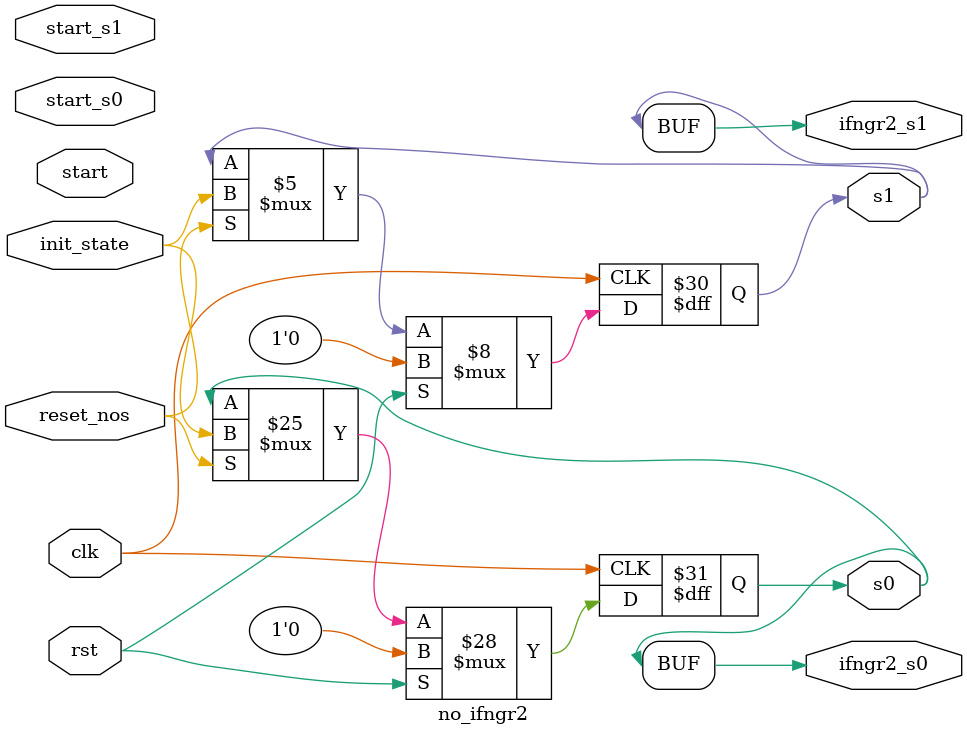
<source format=v>

module no_ifngr2
(
  input clk,
  input start,
  input rst,
  input reset_nos,
  input start_s0,
  input start_s1,
  input init_state,
  output reg [1-1:0] s0,
  output reg [1-1:0] s1,
  output [1-1:0] ifngr2_s0,
  output [1-1:0] ifngr2_s1
);

  reg pass;

  always @(posedge clk) begin
    if(rst) begin
      s0 <= 1'd0;
      pass <= 1'b0;
    end else begin
      if(reset_nos) begin
        s0 <= init_state;
        pass <= 1;
      end else begin
        if(start_s0) begin
          if(pass) begin
            s0 <=  s0 ;
            pass <= 0;
          end else begin
            pass <= 1;
          end
        end 
      end
    end
  end


  always @(posedge clk) begin
    if(rst) begin
      s1 <= 1'd0;
    end else begin
      if(reset_nos) begin
        s1 <= init_state;
      end else begin
        if(start_s1) begin
          s1 <=  s1 ;
        end 
      end
    end
  end

  assign ifngr2_s0 = s0;
  assign ifngr2_s1 = s1;

endmodule

</source>
